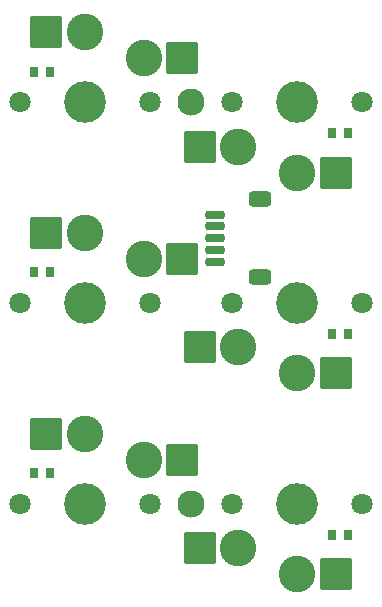
<source format=gbr>
%TF.GenerationSoftware,KiCad,Pcbnew,(7.0.0-0)*%
%TF.CreationDate,2023-06-08T17:13:50+08:00*%
%TF.ProjectId,thumb,7468756d-622e-46b6-9963-61645f706362,v1.0.0*%
%TF.SameCoordinates,Original*%
%TF.FileFunction,Soldermask,Bot*%
%TF.FilePolarity,Negative*%
%FSLAX46Y46*%
G04 Gerber Fmt 4.6, Leading zero omitted, Abs format (unit mm)*
G04 Created by KiCad (PCBNEW (7.0.0-0)) date 2023-06-08 17:13:50*
%MOMM*%
%LPD*%
G01*
G04 APERTURE LIST*
G04 Aperture macros list*
%AMRoundRect*
0 Rectangle with rounded corners*
0 $1 Rounding radius*
0 $2 $3 $4 $5 $6 $7 $8 $9 X,Y pos of 4 corners*
0 Add a 4 corners polygon primitive as box body*
4,1,4,$2,$3,$4,$5,$6,$7,$8,$9,$2,$3,0*
0 Add four circle primitives for the rounded corners*
1,1,$1+$1,$2,$3*
1,1,$1+$1,$4,$5*
1,1,$1+$1,$6,$7*
1,1,$1+$1,$8,$9*
0 Add four rect primitives between the rounded corners*
20,1,$1+$1,$2,$3,$4,$5,0*
20,1,$1+$1,$4,$5,$6,$7,0*
20,1,$1+$1,$6,$7,$8,$9,0*
20,1,$1+$1,$8,$9,$2,$3,0*%
G04 Aperture macros list end*
%ADD10RoundRect,0.200000X-0.625000X0.150000X-0.625000X-0.150000X0.625000X-0.150000X0.625000X0.150000X0*%
%ADD11RoundRect,0.300000X-0.650000X0.350000X-0.650000X-0.350000X0.650000X-0.350000X0.650000X0.350000X0*%
%ADD12C,2.300000*%
%ADD13C,3.529000*%
%ADD14C,1.801800*%
%ADD15C,3.100000*%
%ADD16RoundRect,0.050000X-1.300000X-1.300000X1.300000X-1.300000X1.300000X1.300000X-1.300000X1.300000X0*%
%ADD17RoundRect,0.050000X-0.300000X-0.350000X0.300000X-0.350000X0.300000X0.350000X-0.300000X0.350000X0*%
%ADD18RoundRect,0.050000X0.300000X0.350000X-0.300000X0.350000X-0.300000X-0.350000X0.300000X-0.350000X0*%
G04 APERTURE END LIST*
D10*
%TO.C,JC1*%
X11000000Y20500000D03*
X11000000Y21500000D03*
X11000000Y22500000D03*
X11000000Y23500000D03*
X11000000Y24500000D03*
D11*
X14875000Y25800000D03*
X14875000Y19200000D03*
%TD*%
D12*
%TO.C,H1*%
X9000000Y34000000D03*
%TD*%
%TO.C,H2*%
X9000000Y0D03*
%TD*%
D13*
%TO.C,S1*%
X18000000Y34000000D03*
D14*
X23500000Y34000000D03*
X12500000Y34000000D03*
D15*
X13000000Y30250000D03*
X18000000Y28050000D03*
D16*
X21275000Y28050000D03*
X9725000Y30250000D03*
%TD*%
D17*
%TO.C,D1*%
X20900000Y31400000D03*
X22300000Y31400000D03*
%TD*%
D13*
%TO.C,S2*%
X18000000Y17000000D03*
D14*
X23500000Y17000000D03*
X12500000Y17000000D03*
D15*
X13000000Y13250000D03*
X18000000Y11050000D03*
D16*
X21275000Y11050000D03*
X9725000Y13250000D03*
%TD*%
D17*
%TO.C,D2*%
X20900000Y14400000D03*
X22300000Y14400000D03*
%TD*%
D13*
%TO.C,S3*%
X18000000Y0D03*
D14*
X23500000Y0D03*
X12500000Y0D03*
D15*
X13000000Y-3750000D03*
X18000000Y-5950000D03*
D16*
X21275000Y-5950000D03*
X9725000Y-3750000D03*
%TD*%
D17*
%TO.C,D3*%
X20900000Y-2600000D03*
X22300000Y-2600000D03*
%TD*%
D13*
%TO.C,S4*%
X0Y34000000D03*
D14*
X-5500000Y34000000D03*
X5500000Y34000000D03*
D15*
X5000000Y37750000D03*
X0Y39950000D03*
D16*
X-3275000Y39950000D03*
X8275000Y37750000D03*
%TD*%
D18*
%TO.C,D4*%
X-2900000Y36600000D03*
X-4300000Y36600000D03*
%TD*%
D13*
%TO.C,S5*%
X0Y17000000D03*
D14*
X-5500000Y17000000D03*
X5500000Y17000000D03*
D15*
X5000000Y20750000D03*
X0Y22950000D03*
D16*
X-3275000Y22950000D03*
X8275000Y20750000D03*
%TD*%
D18*
%TO.C,D5*%
X-2900000Y19600000D03*
X-4300000Y19600000D03*
%TD*%
D13*
%TO.C,S6*%
X0Y0D03*
D14*
X-5500000Y0D03*
X5500000Y0D03*
D15*
X5000000Y3750000D03*
X0Y5950000D03*
D16*
X-3275000Y5950000D03*
X8275000Y3750000D03*
%TD*%
D18*
%TO.C,D6*%
X-2900000Y2600000D03*
X-4300000Y2600000D03*
%TD*%
M02*

</source>
